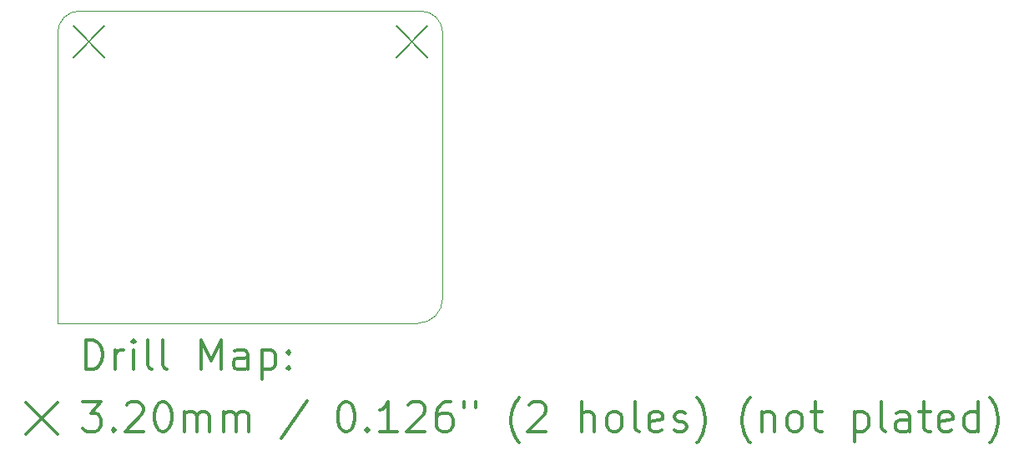
<source format=gbr>
%FSLAX45Y45*%
G04 Gerber Fmt 4.5, Leading zero omitted, Abs format (unit mm)*
G04 Created by KiCad (PCBNEW (5.1.9)-1) date 2021-03-08 16:55:14*
%MOMM*%
%LPD*%
G01*
G04 APERTURE LIST*
%TA.AperFunction,Profile*%
%ADD10C,0.050000*%
%TD*%
%ADD11C,0.200000*%
%ADD12C,0.300000*%
G04 APERTURE END LIST*
D10*
X7145000Y-6278000D02*
G75*
G02*
X6891000Y-6532000I-254000J0D01*
G01*
X7145000Y-3581400D02*
X7145000Y-6278000D01*
X3238500Y-3581400D02*
G75*
G02*
X3462000Y-3357900I223500J0D01*
G01*
X6921500Y-3357900D02*
G75*
G02*
X7145000Y-3581400I0J-223500D01*
G01*
X3462000Y-3357900D02*
X6921500Y-3357900D01*
X3238500Y-3581400D02*
X3238500Y-6532000D01*
X3238500Y-6532000D02*
X6891000Y-6532000D01*
D11*
X3396000Y-3510300D02*
X3716000Y-3830300D01*
X3716000Y-3510300D02*
X3396000Y-3830300D01*
X6672600Y-3510300D02*
X6992600Y-3830300D01*
X6992600Y-3510300D02*
X6672600Y-3830300D01*
D12*
X3522428Y-7000214D02*
X3522428Y-6700214D01*
X3593857Y-6700214D01*
X3636714Y-6714500D01*
X3665286Y-6743071D01*
X3679571Y-6771643D01*
X3693857Y-6828786D01*
X3693857Y-6871643D01*
X3679571Y-6928786D01*
X3665286Y-6957357D01*
X3636714Y-6985929D01*
X3593857Y-7000214D01*
X3522428Y-7000214D01*
X3822428Y-7000214D02*
X3822428Y-6800214D01*
X3822428Y-6857357D02*
X3836714Y-6828786D01*
X3851000Y-6814500D01*
X3879571Y-6800214D01*
X3908143Y-6800214D01*
X4008143Y-7000214D02*
X4008143Y-6800214D01*
X4008143Y-6700214D02*
X3993857Y-6714500D01*
X4008143Y-6728786D01*
X4022428Y-6714500D01*
X4008143Y-6700214D01*
X4008143Y-6728786D01*
X4193857Y-7000214D02*
X4165286Y-6985929D01*
X4151000Y-6957357D01*
X4151000Y-6700214D01*
X4351000Y-7000214D02*
X4322428Y-6985929D01*
X4308143Y-6957357D01*
X4308143Y-6700214D01*
X4693857Y-7000214D02*
X4693857Y-6700214D01*
X4793857Y-6914500D01*
X4893857Y-6700214D01*
X4893857Y-7000214D01*
X5165286Y-7000214D02*
X5165286Y-6843071D01*
X5151000Y-6814500D01*
X5122428Y-6800214D01*
X5065286Y-6800214D01*
X5036714Y-6814500D01*
X5165286Y-6985929D02*
X5136714Y-7000214D01*
X5065286Y-7000214D01*
X5036714Y-6985929D01*
X5022428Y-6957357D01*
X5022428Y-6928786D01*
X5036714Y-6900214D01*
X5065286Y-6885929D01*
X5136714Y-6885929D01*
X5165286Y-6871643D01*
X5308143Y-6800214D02*
X5308143Y-7100214D01*
X5308143Y-6814500D02*
X5336714Y-6800214D01*
X5393857Y-6800214D01*
X5422428Y-6814500D01*
X5436714Y-6828786D01*
X5451000Y-6857357D01*
X5451000Y-6943071D01*
X5436714Y-6971643D01*
X5422428Y-6985929D01*
X5393857Y-7000214D01*
X5336714Y-7000214D01*
X5308143Y-6985929D01*
X5579571Y-6971643D02*
X5593857Y-6985929D01*
X5579571Y-7000214D01*
X5565286Y-6985929D01*
X5579571Y-6971643D01*
X5579571Y-7000214D01*
X5579571Y-6814500D02*
X5593857Y-6828786D01*
X5579571Y-6843071D01*
X5565286Y-6828786D01*
X5579571Y-6814500D01*
X5579571Y-6843071D01*
X2916000Y-7334500D02*
X3236000Y-7654500D01*
X3236000Y-7334500D02*
X2916000Y-7654500D01*
X3493857Y-7330214D02*
X3679571Y-7330214D01*
X3579571Y-7444500D01*
X3622428Y-7444500D01*
X3651000Y-7458786D01*
X3665286Y-7473071D01*
X3679571Y-7501643D01*
X3679571Y-7573071D01*
X3665286Y-7601643D01*
X3651000Y-7615929D01*
X3622428Y-7630214D01*
X3536714Y-7630214D01*
X3508143Y-7615929D01*
X3493857Y-7601643D01*
X3808143Y-7601643D02*
X3822428Y-7615929D01*
X3808143Y-7630214D01*
X3793857Y-7615929D01*
X3808143Y-7601643D01*
X3808143Y-7630214D01*
X3936714Y-7358786D02*
X3951000Y-7344500D01*
X3979571Y-7330214D01*
X4051000Y-7330214D01*
X4079571Y-7344500D01*
X4093857Y-7358786D01*
X4108143Y-7387357D01*
X4108143Y-7415929D01*
X4093857Y-7458786D01*
X3922428Y-7630214D01*
X4108143Y-7630214D01*
X4293857Y-7330214D02*
X4322428Y-7330214D01*
X4351000Y-7344500D01*
X4365286Y-7358786D01*
X4379571Y-7387357D01*
X4393857Y-7444500D01*
X4393857Y-7515929D01*
X4379571Y-7573071D01*
X4365286Y-7601643D01*
X4351000Y-7615929D01*
X4322428Y-7630214D01*
X4293857Y-7630214D01*
X4265286Y-7615929D01*
X4251000Y-7601643D01*
X4236714Y-7573071D01*
X4222428Y-7515929D01*
X4222428Y-7444500D01*
X4236714Y-7387357D01*
X4251000Y-7358786D01*
X4265286Y-7344500D01*
X4293857Y-7330214D01*
X4522428Y-7630214D02*
X4522428Y-7430214D01*
X4522428Y-7458786D02*
X4536714Y-7444500D01*
X4565286Y-7430214D01*
X4608143Y-7430214D01*
X4636714Y-7444500D01*
X4651000Y-7473071D01*
X4651000Y-7630214D01*
X4651000Y-7473071D02*
X4665286Y-7444500D01*
X4693857Y-7430214D01*
X4736714Y-7430214D01*
X4765286Y-7444500D01*
X4779571Y-7473071D01*
X4779571Y-7630214D01*
X4922428Y-7630214D02*
X4922428Y-7430214D01*
X4922428Y-7458786D02*
X4936714Y-7444500D01*
X4965286Y-7430214D01*
X5008143Y-7430214D01*
X5036714Y-7444500D01*
X5051000Y-7473071D01*
X5051000Y-7630214D01*
X5051000Y-7473071D02*
X5065286Y-7444500D01*
X5093857Y-7430214D01*
X5136714Y-7430214D01*
X5165286Y-7444500D01*
X5179571Y-7473071D01*
X5179571Y-7630214D01*
X5765286Y-7315929D02*
X5508143Y-7701643D01*
X6151000Y-7330214D02*
X6179571Y-7330214D01*
X6208143Y-7344500D01*
X6222428Y-7358786D01*
X6236714Y-7387357D01*
X6251000Y-7444500D01*
X6251000Y-7515929D01*
X6236714Y-7573071D01*
X6222428Y-7601643D01*
X6208143Y-7615929D01*
X6179571Y-7630214D01*
X6151000Y-7630214D01*
X6122428Y-7615929D01*
X6108143Y-7601643D01*
X6093857Y-7573071D01*
X6079571Y-7515929D01*
X6079571Y-7444500D01*
X6093857Y-7387357D01*
X6108143Y-7358786D01*
X6122428Y-7344500D01*
X6151000Y-7330214D01*
X6379571Y-7601643D02*
X6393857Y-7615929D01*
X6379571Y-7630214D01*
X6365286Y-7615929D01*
X6379571Y-7601643D01*
X6379571Y-7630214D01*
X6679571Y-7630214D02*
X6508143Y-7630214D01*
X6593857Y-7630214D02*
X6593857Y-7330214D01*
X6565286Y-7373071D01*
X6536714Y-7401643D01*
X6508143Y-7415929D01*
X6793857Y-7358786D02*
X6808143Y-7344500D01*
X6836714Y-7330214D01*
X6908143Y-7330214D01*
X6936714Y-7344500D01*
X6951000Y-7358786D01*
X6965286Y-7387357D01*
X6965286Y-7415929D01*
X6951000Y-7458786D01*
X6779571Y-7630214D01*
X6965286Y-7630214D01*
X7222428Y-7330214D02*
X7165286Y-7330214D01*
X7136714Y-7344500D01*
X7122428Y-7358786D01*
X7093857Y-7401643D01*
X7079571Y-7458786D01*
X7079571Y-7573071D01*
X7093857Y-7601643D01*
X7108143Y-7615929D01*
X7136714Y-7630214D01*
X7193857Y-7630214D01*
X7222428Y-7615929D01*
X7236714Y-7601643D01*
X7251000Y-7573071D01*
X7251000Y-7501643D01*
X7236714Y-7473071D01*
X7222428Y-7458786D01*
X7193857Y-7444500D01*
X7136714Y-7444500D01*
X7108143Y-7458786D01*
X7093857Y-7473071D01*
X7079571Y-7501643D01*
X7365286Y-7330214D02*
X7365286Y-7387357D01*
X7479571Y-7330214D02*
X7479571Y-7387357D01*
X7922428Y-7744500D02*
X7908143Y-7730214D01*
X7879571Y-7687357D01*
X7865286Y-7658786D01*
X7851000Y-7615929D01*
X7836714Y-7544500D01*
X7836714Y-7487357D01*
X7851000Y-7415929D01*
X7865286Y-7373071D01*
X7879571Y-7344500D01*
X7908143Y-7301643D01*
X7922428Y-7287357D01*
X8022428Y-7358786D02*
X8036714Y-7344500D01*
X8065286Y-7330214D01*
X8136714Y-7330214D01*
X8165286Y-7344500D01*
X8179571Y-7358786D01*
X8193857Y-7387357D01*
X8193857Y-7415929D01*
X8179571Y-7458786D01*
X8008143Y-7630214D01*
X8193857Y-7630214D01*
X8551000Y-7630214D02*
X8551000Y-7330214D01*
X8679571Y-7630214D02*
X8679571Y-7473071D01*
X8665286Y-7444500D01*
X8636714Y-7430214D01*
X8593857Y-7430214D01*
X8565286Y-7444500D01*
X8551000Y-7458786D01*
X8865286Y-7630214D02*
X8836714Y-7615929D01*
X8822428Y-7601643D01*
X8808143Y-7573071D01*
X8808143Y-7487357D01*
X8822428Y-7458786D01*
X8836714Y-7444500D01*
X8865286Y-7430214D01*
X8908143Y-7430214D01*
X8936714Y-7444500D01*
X8951000Y-7458786D01*
X8965286Y-7487357D01*
X8965286Y-7573071D01*
X8951000Y-7601643D01*
X8936714Y-7615929D01*
X8908143Y-7630214D01*
X8865286Y-7630214D01*
X9136714Y-7630214D02*
X9108143Y-7615929D01*
X9093857Y-7587357D01*
X9093857Y-7330214D01*
X9365286Y-7615929D02*
X9336714Y-7630214D01*
X9279571Y-7630214D01*
X9251000Y-7615929D01*
X9236714Y-7587357D01*
X9236714Y-7473071D01*
X9251000Y-7444500D01*
X9279571Y-7430214D01*
X9336714Y-7430214D01*
X9365286Y-7444500D01*
X9379571Y-7473071D01*
X9379571Y-7501643D01*
X9236714Y-7530214D01*
X9493857Y-7615929D02*
X9522428Y-7630214D01*
X9579571Y-7630214D01*
X9608143Y-7615929D01*
X9622428Y-7587357D01*
X9622428Y-7573071D01*
X9608143Y-7544500D01*
X9579571Y-7530214D01*
X9536714Y-7530214D01*
X9508143Y-7515929D01*
X9493857Y-7487357D01*
X9493857Y-7473071D01*
X9508143Y-7444500D01*
X9536714Y-7430214D01*
X9579571Y-7430214D01*
X9608143Y-7444500D01*
X9722428Y-7744500D02*
X9736714Y-7730214D01*
X9765286Y-7687357D01*
X9779571Y-7658786D01*
X9793857Y-7615929D01*
X9808143Y-7544500D01*
X9808143Y-7487357D01*
X9793857Y-7415929D01*
X9779571Y-7373071D01*
X9765286Y-7344500D01*
X9736714Y-7301643D01*
X9722428Y-7287357D01*
X10265286Y-7744500D02*
X10251000Y-7730214D01*
X10222428Y-7687357D01*
X10208143Y-7658786D01*
X10193857Y-7615929D01*
X10179571Y-7544500D01*
X10179571Y-7487357D01*
X10193857Y-7415929D01*
X10208143Y-7373071D01*
X10222428Y-7344500D01*
X10251000Y-7301643D01*
X10265286Y-7287357D01*
X10379571Y-7430214D02*
X10379571Y-7630214D01*
X10379571Y-7458786D02*
X10393857Y-7444500D01*
X10422428Y-7430214D01*
X10465286Y-7430214D01*
X10493857Y-7444500D01*
X10508143Y-7473071D01*
X10508143Y-7630214D01*
X10693857Y-7630214D02*
X10665286Y-7615929D01*
X10651000Y-7601643D01*
X10636714Y-7573071D01*
X10636714Y-7487357D01*
X10651000Y-7458786D01*
X10665286Y-7444500D01*
X10693857Y-7430214D01*
X10736714Y-7430214D01*
X10765286Y-7444500D01*
X10779571Y-7458786D01*
X10793857Y-7487357D01*
X10793857Y-7573071D01*
X10779571Y-7601643D01*
X10765286Y-7615929D01*
X10736714Y-7630214D01*
X10693857Y-7630214D01*
X10879571Y-7430214D02*
X10993857Y-7430214D01*
X10922428Y-7330214D02*
X10922428Y-7587357D01*
X10936714Y-7615929D01*
X10965286Y-7630214D01*
X10993857Y-7630214D01*
X11322428Y-7430214D02*
X11322428Y-7730214D01*
X11322428Y-7444500D02*
X11351000Y-7430214D01*
X11408143Y-7430214D01*
X11436714Y-7444500D01*
X11451000Y-7458786D01*
X11465286Y-7487357D01*
X11465286Y-7573071D01*
X11451000Y-7601643D01*
X11436714Y-7615929D01*
X11408143Y-7630214D01*
X11351000Y-7630214D01*
X11322428Y-7615929D01*
X11636714Y-7630214D02*
X11608143Y-7615929D01*
X11593857Y-7587357D01*
X11593857Y-7330214D01*
X11879571Y-7630214D02*
X11879571Y-7473071D01*
X11865286Y-7444500D01*
X11836714Y-7430214D01*
X11779571Y-7430214D01*
X11751000Y-7444500D01*
X11879571Y-7615929D02*
X11851000Y-7630214D01*
X11779571Y-7630214D01*
X11751000Y-7615929D01*
X11736714Y-7587357D01*
X11736714Y-7558786D01*
X11751000Y-7530214D01*
X11779571Y-7515929D01*
X11851000Y-7515929D01*
X11879571Y-7501643D01*
X11979571Y-7430214D02*
X12093857Y-7430214D01*
X12022428Y-7330214D02*
X12022428Y-7587357D01*
X12036714Y-7615929D01*
X12065286Y-7630214D01*
X12093857Y-7630214D01*
X12308143Y-7615929D02*
X12279571Y-7630214D01*
X12222428Y-7630214D01*
X12193857Y-7615929D01*
X12179571Y-7587357D01*
X12179571Y-7473071D01*
X12193857Y-7444500D01*
X12222428Y-7430214D01*
X12279571Y-7430214D01*
X12308143Y-7444500D01*
X12322428Y-7473071D01*
X12322428Y-7501643D01*
X12179571Y-7530214D01*
X12579571Y-7630214D02*
X12579571Y-7330214D01*
X12579571Y-7615929D02*
X12551000Y-7630214D01*
X12493857Y-7630214D01*
X12465286Y-7615929D01*
X12451000Y-7601643D01*
X12436714Y-7573071D01*
X12436714Y-7487357D01*
X12451000Y-7458786D01*
X12465286Y-7444500D01*
X12493857Y-7430214D01*
X12551000Y-7430214D01*
X12579571Y-7444500D01*
X12693857Y-7744500D02*
X12708143Y-7730214D01*
X12736714Y-7687357D01*
X12751000Y-7658786D01*
X12765286Y-7615929D01*
X12779571Y-7544500D01*
X12779571Y-7487357D01*
X12765286Y-7415929D01*
X12751000Y-7373071D01*
X12736714Y-7344500D01*
X12708143Y-7301643D01*
X12693857Y-7287357D01*
M02*

</source>
